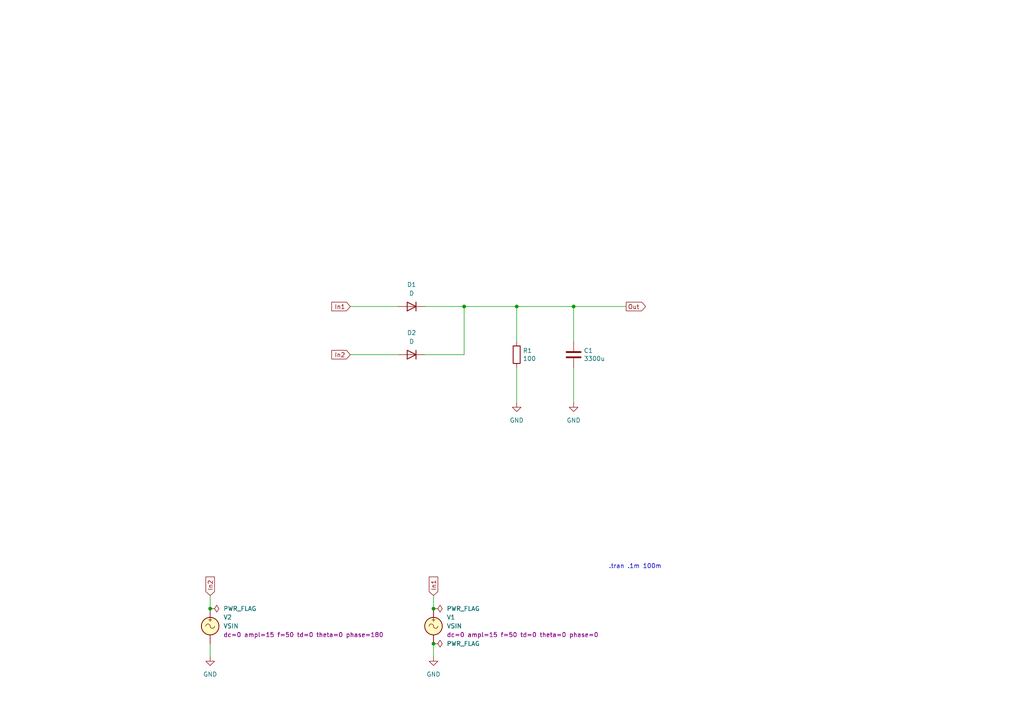
<source format=kicad_sch>
(kicad_sch (version 20230121) (generator eeschema)
  (paper "A4")
  (title_block (title "Rectifier with 2 diodes") (date "2024-02-27") (rev "1") (company "GitHub/OJStuff"))
  (lib_symbols
    (symbol "Device:C" (pin_numbers hide) (pin_names (offset 0.254))
      (property "Reference" "C" (at 0.635 2.54 0))
      (property "Value" "C" (at 0.635 -2.54 0))
      (symbol "C_0_1"
        (polyline (pts (xy -2.032 -0.762) (xy 2.032 -0.762)) (stroke (width 0.508)))
        (polyline (pts (xy -2.032 0.762) (xy 2.032 0.762)) (stroke (width 0.508)))
      )
      (symbol "C_1_1"
        (pin passive line (at 0 3.81 270) (length 2.794) (name "~") (number "1"))
        (pin passive line (at 0 -3.81 90) (length 2.794) (name "~") (number "2"))
      )
    )
    (symbol "Device:D" (pin_numbers hide) (pin_names (offset 1.016) hide)
      (property "Reference" "D" (at 0 2.54 0))
      (property "Value" "D" (at 0 -2.54 0))
      (symbol "D_0_1"
        (polyline (pts (xy -1.27 1.27) (xy -1.27 -1.27)) (stroke (width 0.254)))
        (polyline (pts (xy 1.27 0) (xy -1.27 0)))
        (polyline (pts (xy 1.27 1.27) (xy 1.27 -1.27) (xy -1.27 0) (xy 1.27 1.27)) (stroke (width 0.254)))
      )
      (symbol "D_1_1"
        (pin passive line (at -3.81 0 0) (length 2.54) (name "K") (number "1"))
        (pin passive line (at 3.81 0 180) (length 2.54) (name "A") (number "2"))
      )
    )
    (symbol "Device:R" (pin_numbers hide) (pin_names (offset 0))
      (property "Reference" "R" (at 2.032 0 90))
      (property "Value" "R" (at 0 0 90))
      (symbol "R_0_1"
        (rectangle (start -1.016 -2.54) (end 1.016 2.54) (stroke (width 0.254)))
      )
      (symbol "R_1_1"
        (pin passive line (at 0 3.81 270) (length 1.27) (name "~") (number "1"))
        (pin passive line (at 0 -3.81 90) (length 1.27) (name "~") (number "2"))
      )
    )
    (symbol "Simulation_SPICE:VSIN" (pin_numbers hide) (pin_names (offset 0.0254))
      (property "Reference" "V" (at 2.54 2.54 0))
      (property "Value" "VSIN" (at 2.54 0 0))
      (property "Sim.Params" "dc=0 ampl=1 f=1k ac=1" (at 2.54 -2.54 0))
      (symbol "VSIN_0_0"
        (arc (start 0 0) (mid -0.635 0.6323) (end -1.27 0))
        (arc (start 0 0) (mid 0.635 -0.6323) (end 1.27 0))
        (text "+" (at 0 1.905 0) (effects (font (size 1.27 1.27))))
      )
      (symbol "VSIN_0_1"
        (circle (center 0 0) (radius 2.54) (stroke (width 0.254)) (fill (type background)))
      )
      (symbol "VSIN_1_1"
        (pin passive line (at 0 5.08 270) (length 2.54) (name "~") (number "1"))
        (pin passive line (at 0 -5.08 90) (length 2.54) (name "~") (number "2"))
      )
    )
    (symbol "power:GND" (power) (pin_names (offset 0))
      (property "Value" "GND" (at 0 -3.81 0))
      (symbol "GND_0_1"
        (polyline (pts (xy 0 0) (xy 0 -1.27) (xy 1.27 -1.27) (xy 0 -2.54) (xy -1.27 -1.27) (xy 0 -1.27)))
      )
      (symbol "GND_1_1"
        (pin power_in line (at 0 0 270) (length 0) hide (name "GND") (number "1"))
      )
    )
    (symbol "power:PWR_FLAG" (power) (pin_numbers hide) (pin_names (offset 0) hide)
      (property "Value" "PWR_FLAG" (at 0 3.81 0))
      (symbol "PWR_FLAG_0_0"
        (pin power_out line (at 0 0 90) (length 0) (name "pwr") (number "1"))
      )
      (symbol "PWR_FLAG_0_1"
        (polyline (pts (xy 0 0) (xy 0 1.27) (xy -1.016 1.905) (xy 0 2.54) (xy 1.016 1.905) (xy 0 1.27)))
      )
    )
  )
  (junction (at 60.96 176.53))
  (junction (at 134.62 88.9))
  (junction (at 166.37 88.9))
  (junction (at 149.86 88.9))
  (junction (at 125.73 186.69))
  (junction (at 125.73 176.53))
  (wire (pts (xy 125.73 172.72) (xy 125.73 176.53)))
  (wire (pts (xy 125.73 186.69) (xy 125.73 190.5)))
  (wire (pts (xy 60.96 172.72) (xy 60.96 176.53)))
  (wire (pts (xy 123.19 88.9) (xy 134.62 88.9)))
  (wire (pts (xy 60.96 186.69) (xy 60.96 190.5)))
  (wire (pts (xy 166.37 106.68) (xy 166.37 116.84)))
  (wire (pts (xy 149.86 99.06) (xy 149.86 88.9)))
  (wire (pts (xy 149.86 88.9) (xy 166.37 88.9)))
  (wire (pts (xy 134.62 102.87) (xy 134.62 88.9)))
  (wire (pts (xy 123.19 102.87) (xy 134.62 102.87)))
  (wire (pts (xy 134.62 88.9) (xy 149.86 88.9)))
  (wire (pts (xy 101.6 102.87) (xy 115.57 102.87)))
  (wire (pts (xy 166.37 99.06) (xy 166.37 88.9)))
  (wire (pts (xy 149.86 106.68) (xy 149.86 116.84)))
  (wire (pts (xy 101.6 88.9) (xy 115.57 88.9)))
  (wire (pts (xy 166.37 88.9) (xy 181.61 88.9)))
  (text ".tran .1m 100m" (at 176.53 165.1 0) (effects (font (size 1.27 1.27)) (justify left bottom)))
  (global_label "In1" (shape input) (at 125.73 172.72 90) (property "Intersheetrefs" "${INTERSHEET_REFS}" (effects hide)))
  (global_label "In2" (shape input) (at 60.96 172.72 90) (property "Intersheetrefs" "${INTERSHEET_REFS}" (effects hide)))
  (global_label "Out" (shape output) (at 181.61 88.9 0) (property "Intersheetrefs" "${INTERSHEET_REFS}" (effects hide)))
  (global_label "In1" (shape input) (at 101.6 88.9 180) (property "Intersheetrefs" "${INTERSHEET_REFS}" (effects hide)))
  (global_label "In2" (shape input) (at 101.6 102.87 180) (property "Intersheetrefs" "${INTERSHEET_REFS}" (effects hide)))
  (symbol (lib_id "power:GND") (at 60.96 190.5 0) (unit 1)
    (property "Reference" "#PWR02" (effects hide))
    (property "Value" "GND" (at 60.96 195.58 0))
  )
  (symbol (lib_id "Device:R") (at 149.86 102.87 0) (unit 1)
    (property "Reference" "R1" (at 151.638 101.7016 0) (effects (justify left)))
    (property "Value" "100" (at 151.638 104.013 0) (effects (justify left)))
  )
  (symbol (lib_id "Simulation_SPICE:VSIN") (at 125.73 181.61 0) (unit 1)
    (property "Reference" "V1" (at 129.54 179.0342 0) (effects (justify left)))
    (property "Value" "VSIN" (at 129.54 181.5742 0) (effects (justify left)))
    (property "Sim.Pins" "1=+ 2=-" (effects hide))
    (property "Sim.Params" "dc=0 ampl=15 f=50 td=0 theta=0 phase=0" (at 129.54 184.1142 0) (effects (justify left)))
    (property "Sim.Type" "SIN" (effects hide))
    (property "Sim.Device" "V" (effects hide))
  )
  (symbol (lib_id "power:GND") (at 166.37 116.84 0) (unit 1)
    (property "Reference" "#PWR03" (effects hide))
    (property "Value" "GND" (at 166.37 121.92 0))
  )
  (symbol (lib_id "Simulation_SPICE:VSIN") (at 60.96 181.61 0) (unit 1)
    (property "Reference" "V2" (at 64.77 179.0342 0) (effects (justify left)))
    (property "Value" "VSIN" (at 64.77 181.5742 0) (effects (justify left)))
    (property "Sim.Pins" "1=+ 2=-" (effects hide))
    (property "Sim.Params" "dc=0 ampl=15 f=50 td=0 theta=0 phase=180" (at 64.77 184.1142 0) (effects (justify left)))
    (property "Sim.Type" "SIN" (effects hide))
    (property "Sim.Device" "V" (effects hide))
  )
  (symbol (lib_id "Device:D") (at 119.38 88.9 180) (unit 1)
    (property "Reference" "D1" (at 119.38 82.55 0))
    (property "Value" "D" (at 119.38 85.09 0))
    (property "Sim.Device" "D" (effects hide))
    (property "Sim.Pins" "1=K 2=A" (effects hide))
  )
  (symbol (lib_id "Device:D") (at 119.38 102.87 180) (unit 1)
    (property "Reference" "D2" (at 119.38 96.52 0))
    (property "Value" "D" (at 119.38 99.06 0))
    (property "Sim.Device" "D" (effects hide))
    (property "Sim.Pins" "1=K 2=A" (effects hide))
  )
  (symbol (lib_id "Device:C") (at 166.37 102.87 0) (unit 1)
    (property "Reference" "C1" (at 169.291 101.7016 0) (effects (justify left)))
    (property "Value" "3300u" (at 169.291 104.013 0) (effects (justify left)))
  )
  (symbol (lib_id "power:PWR_FLAG") (at 60.96 176.53 270) (unit 1)
    (property "Reference" "#FLG03" (effects hide))
    (property "Value" "PWR_FLAG" (at 64.77 176.53 90) (effects (justify left)))
  )
  (symbol (lib_id "power:GND") (at 149.86 116.84 0) (unit 1)
    (property "Reference" "#PWR04" (effects hide))
    (property "Value" "GND" (at 149.86 121.92 0))
  )
  (symbol (lib_id "power:PWR_FLAG") (at 125.73 186.69 270) (unit 1)
    (property "Reference" "#FLG02" (effects hide))
    (property "Value" "PWR_FLAG" (at 129.54 186.69 90) (effects (justify left)))
  )
  (symbol (lib_id "power:PWR_FLAG") (at 125.73 176.53 270) (unit 1)
    (property "Reference" "#FLG01" (effects hide))
    (property "Value" "PWR_FLAG" (at 129.54 176.53 90) (effects (justify left)))
  )
  (symbol (lib_id "power:GND") (at 125.73 190.5 0) (unit 1)
    (property "Reference" "#PWR01" (effects hide))
    (property "Value" "GND" (at 125.73 195.58 0))
  )
)
</source>
